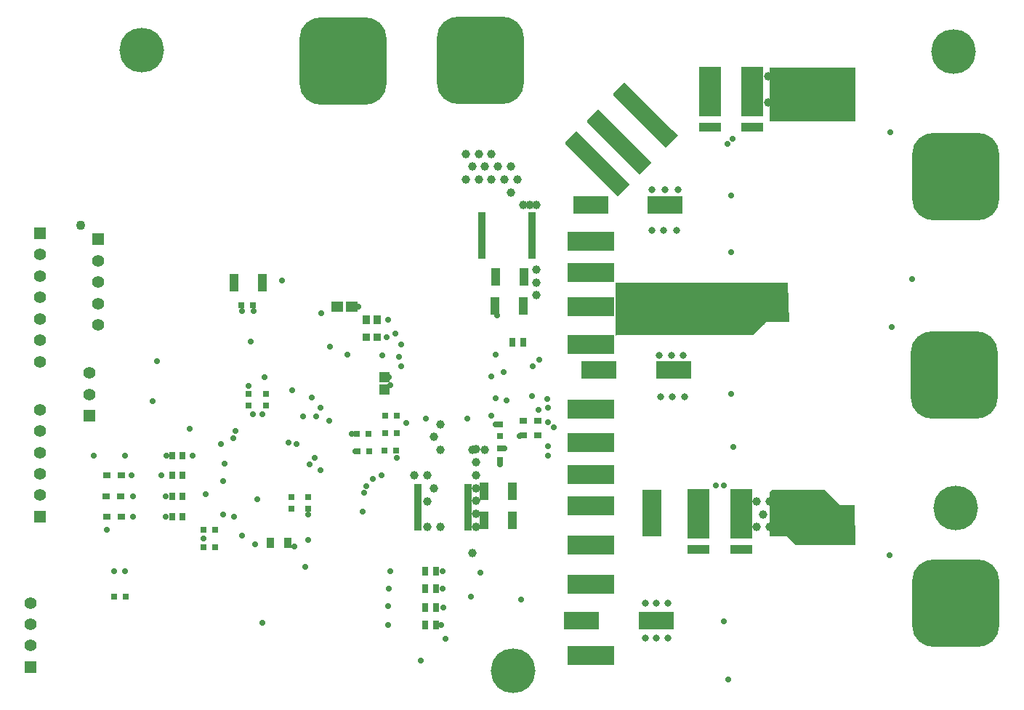
<source format=gbr>
%FSTAX23Y23*%
%MOIN*%
%SFA1B1*%

%IPPOS*%
%AMD89*
4,1,8,0.098400,0.200800,-0.098400,0.200800,-0.200800,0.098400,-0.200800,-0.098400,-0.098400,-0.200800,0.098400,-0.200800,0.200800,-0.098400,0.200800,0.098400,0.098400,0.200800,0.0*
1,1,0.204860,0.098400,0.098400*
1,1,0.204860,-0.098400,0.098400*
1,1,0.204860,-0.098400,-0.098400*
1,1,0.204860,0.098400,-0.098400*
%
%AMD90*
4,1,8,-0.200800,0.098400,-0.200800,-0.098400,-0.098400,-0.200800,0.098400,-0.200800,0.200800,-0.098400,0.200800,0.098400,0.098400,0.200800,-0.098400,0.200800,-0.200800,0.098400,0.0*
1,1,0.204860,-0.098400,0.098400*
1,1,0.204860,-0.098400,-0.098400*
1,1,0.204860,0.098400,-0.098400*
1,1,0.204860,0.098400,0.098400*
%
%ADD32R,0.025590X0.027560*%
%ADD33R,0.043310X0.080710*%
%ADD34R,0.035430X0.031500*%
%ADD39R,0.037650X0.047490*%
%ADD42R,0.027560X0.025590*%
%ADD48R,0.029530X0.035430*%
%ADD54R,0.033660X0.035680*%
%ADD76R,0.049340X0.045400*%
%ADD88C,0.204850*%
G04~CAMADD=89~8~0.0~0.0~4017.0~4017.0~1024.3~0.0~15~0.0~0.0~0.0~0.0~0~0.0~0.0~0.0~0.0~0~0.0~0.0~0.0~0.0~4017.0~4017.0*
%ADD89D89*%
G04~CAMADD=90~8~0.0~0.0~4017.0~4017.0~1024.3~0.0~15~0.0~0.0~0.0~0.0~0~0.0~0.0~0.0~0.0~0~0.0~0.0~0.0~90.0~4016.0~4016.0*
%ADD90D90*%
%ADD91R,0.055120X0.055120*%
%ADD92C,0.055120*%
%ADD93C,0.043310*%
%ADD94C,0.027690*%
%ADD95C,0.039500*%
%ADD96C,0.031620*%
%ADD105R,0.161420X0.078740*%
%ADD111R,0.037520X0.212720*%
%ADD112R,0.215000X0.090000*%
%ADD113R,0.090000X0.215000*%
%ADD114R,0.104060X0.228470*%
%ADD115R,0.104060X0.043040*%
%ADD116R,0.053280X0.049340*%
%ADD117R,0.031620X0.039500*%
%ADD118R,0.035560X0.041470*%
%LNpcb_soldermask_bot-1*%
%LPD*%
G36*
X06335Y04105D02*
X0594D01*
Y0435*
X06335*
Y04105*
G37*
G36*
X05495Y04065D02*
X0552Y0404D01*
X05465Y03985*
X05225Y04225*
Y04235*
X05275Y04285*
X05495Y04065*
G37*
G36*
X05375Y0394D02*
X054Y03915D01*
X05345Y0386*
X05105Y041*
Y0411*
X05155Y0416*
X05375Y0394*
G37*
G36*
X05275Y0384D02*
X053Y03815D01*
X05245Y0376*
X05005Y04*
Y0401*
X05055Y0406*
X05275Y0384*
G37*
G36*
X0603Y03185D02*
X05925D01*
X05865Y03125*
X0524*
X05235Y0312*
Y03365*
X06025*
X0603Y03185*
G37*
G36*
X06265Y02345D02*
X0633D01*
X06335Y0216*
X0606*
X0602Y022*
X0594*
Y02405*
X0595Y02415*
X06195*
X06265Y02345*
G37*
G54D32*
X02986Y01925D03*
X02933D03*
X04231Y02755D03*
X04178D03*
X04231Y02675D03*
X04178D03*
X04226Y02595D03*
X04173D03*
X03571Y0326D03*
X03518D03*
X0405Y02593D03*
X04103D03*
X03396Y0223D03*
X03343D03*
X04048Y0267D03*
X04101D03*
X03396Y02153D03*
X03343D03*
G54D33*
X03614Y03365D03*
X03485D03*
X04682Y03257D03*
X04812D03*
X0463Y02275D03*
X04759D03*
X0463Y02407D03*
X04759D03*
X04685Y0339D03*
X04814D03*
G54D34*
X02968Y0229D03*
X02901D03*
X02968Y0248D03*
X02901D03*
X02965Y02385D03*
X02898D03*
X04878Y0273D03*
X04811D03*
X04878Y02665D03*
X04811D03*
G54D39*
X0373Y0217D03*
X03649D03*
G54D42*
X04705Y02716D03*
Y02663D03*
X0363Y02803D03*
Y02856D03*
X03748Y02328D03*
Y02381D03*
X03825Y02328D03*
Y02381D03*
X0355Y02803D03*
Y02856D03*
X04705Y02553D03*
Y02606D03*
G54D48*
X03248Y0229D03*
X03201D03*
Y0257D03*
X03248D03*
X03201Y0248D03*
X03248D03*
X03201Y02385D03*
X03248D03*
G54D54*
X04139Y03115D03*
X0409D03*
G54D76*
X04175Y02876D03*
Y02933D03*
G54D88*
X06795Y0233D03*
X06785Y04425D03*
X04765Y01585D03*
X0306Y0443D03*
G54D89*
X03985Y0438D03*
X04615Y04385D03*
G54D90*
X06795Y0385D03*
X06787Y0294D03*
X06795Y01895D03*
G54D91*
X02595Y02291D03*
Y03592D03*
X0286Y03564D03*
X0282Y02755D03*
X0255Y01601D03*
G54D92*
X02595Y0239D03*
Y02488D03*
Y02586D03*
Y02685D03*
Y02783D03*
Y03494D03*
Y03396D03*
Y03297D03*
Y03199D03*
Y031D03*
Y03002D03*
X0286Y03465D03*
Y03367D03*
Y03268D03*
Y0317D03*
X0282Y02853D03*
Y02951D03*
X0255Y01896D03*
Y01798D03*
Y017D03*
G54D93*
X02781Y03627D03*
G54D94*
X0356Y03095D03*
X03625Y0293D03*
X0384Y02837D03*
X0388Y0279D03*
X038Y02752D03*
X0386Y0275D03*
X0392Y0273D03*
X042Y02895D03*
X0425Y0308D03*
X04685Y02835D03*
X04735Y02825D03*
X04665Y02755D03*
X04685Y02715D03*
X03355Y02395D03*
X03435Y02455D03*
X0328Y02695D03*
X0344Y02535D03*
X03294Y0257D03*
X0359Y0237D03*
X0358Y02165D03*
X03825Y02185D03*
X03435Y023D03*
X0284Y0257D03*
X029Y0223D03*
X0355Y0289D03*
X04455Y0173D03*
X0424Y03025D03*
X03885Y03225D03*
X04005Y03035D03*
X03925Y0307D03*
X0457Y01925D03*
X0434Y0163D03*
X03705Y03375D03*
X0352Y03235D03*
X03575D03*
X0313Y03005D03*
X0311Y0282D03*
X03343Y02191D03*
X0381Y0206D03*
X03615Y01805D03*
X03925Y0445D03*
X03955D03*
X03985D03*
X04015D03*
X04045D03*
Y0442D03*
X04015D03*
X03985D03*
X03955D03*
X03925D03*
Y0439D03*
X03955D03*
X03985D03*
X04015D03*
X04045D03*
Y0436D03*
X04015D03*
X03985D03*
X03955D03*
X03925D03*
Y0433D03*
X03955D03*
X03985D03*
X04015D03*
X04045D03*
Y043D03*
X04015D03*
X03985D03*
X03955D03*
X03925D03*
Y0427D03*
X03955D03*
X03985D03*
X04015D03*
X04045D03*
Y0424D03*
X04015D03*
X03985D03*
X03955D03*
X03925D03*
Y0421D03*
X03955D03*
X03985D03*
X04015D03*
X04045D03*
Y0448D03*
X04015D03*
X03985D03*
X03955D03*
X03925D03*
Y0451D03*
X03955D03*
X03985D03*
X04015D03*
X04045Y0454D03*
X04015D03*
X03985D03*
X03955D03*
X03925D03*
X04045Y0451D03*
X04075Y0454D03*
Y0451D03*
Y0448D03*
Y0445D03*
Y0442D03*
Y0439D03*
Y0436D03*
Y0433D03*
Y043D03*
Y0427D03*
Y0424D03*
Y0421D03*
X04105Y0454D03*
Y0451D03*
Y0448D03*
Y0445D03*
Y0442D03*
Y0439D03*
Y0436D03*
Y0433D03*
Y043D03*
Y0427D03*
Y0424D03*
Y0421D03*
X04135Y0451D03*
Y0448D03*
Y0445D03*
Y0442D03*
Y0439D03*
Y0436D03*
Y0433D03*
Y043D03*
Y0427D03*
Y0424D03*
X03895Y0421D03*
Y0424D03*
Y0427D03*
Y043D03*
Y0433D03*
Y0436D03*
Y0439D03*
Y0442D03*
Y0445D03*
Y0448D03*
Y0451D03*
Y0454D03*
X03865D03*
Y0451D03*
Y0448D03*
Y0445D03*
Y0442D03*
Y0439D03*
Y0436D03*
Y0433D03*
Y043D03*
Y0427D03*
Y0424D03*
Y0421D03*
X03835Y0424D03*
Y0427D03*
Y043D03*
Y0433D03*
Y0436D03*
Y0439D03*
Y0442D03*
Y0445D03*
Y0448D03*
Y0451D03*
X04465Y04515D03*
Y04485D03*
Y04455D03*
Y04425D03*
Y04395D03*
Y04365D03*
Y04335D03*
Y04305D03*
Y04275D03*
Y04245D03*
X04495Y04215D03*
Y04245D03*
Y04275D03*
Y04305D03*
Y04335D03*
Y04365D03*
Y04395D03*
Y04425D03*
Y04455D03*
Y04485D03*
Y04515D03*
Y04545D03*
X04525D03*
Y04515D03*
Y04485D03*
Y04455D03*
Y04425D03*
Y04395D03*
Y04365D03*
Y04335D03*
Y04305D03*
Y04275D03*
Y04245D03*
Y04215D03*
X04765Y04245D03*
Y04275D03*
Y04305D03*
Y04335D03*
Y04365D03*
Y04395D03*
Y04425D03*
Y04455D03*
Y04485D03*
Y04515D03*
X04735Y04215D03*
Y04245D03*
Y04275D03*
Y04305D03*
Y04335D03*
Y04365D03*
Y04395D03*
Y04425D03*
Y04455D03*
Y04485D03*
Y04515D03*
Y04545D03*
X04705Y04215D03*
Y04245D03*
Y04275D03*
Y04305D03*
Y04335D03*
Y04365D03*
Y04395D03*
Y04425D03*
Y04455D03*
Y04485D03*
Y04515D03*
Y04545D03*
X04675Y04515D03*
X04555Y04545D03*
X04585D03*
X04615D03*
X04645D03*
X04675D03*
X04645Y04515D03*
X04615D03*
X04585D03*
X04555D03*
Y04485D03*
X04585D03*
X04615D03*
X04645D03*
X04675D03*
Y04215D03*
X04645D03*
X04615D03*
X04585D03*
X04555D03*
Y04245D03*
X04585D03*
X04615D03*
X04645D03*
X04675D03*
Y04275D03*
X04645D03*
X04615D03*
X04585D03*
X04555D03*
Y04305D03*
X04585D03*
X04615D03*
X04645D03*
X04675D03*
Y04335D03*
X04645D03*
X04615D03*
X04585D03*
X04555D03*
Y04365D03*
X04585D03*
X04615D03*
X04645D03*
X04675D03*
Y04395D03*
X04645D03*
X04615D03*
X04585D03*
X04555D03*
Y04425D03*
X04585D03*
X04615D03*
X04645D03*
X04675D03*
Y04455D03*
X04645D03*
X04615D03*
X04585D03*
X04555D03*
X06725Y0379D03*
Y0382D03*
Y0385D03*
Y0388D03*
Y0391D03*
X06755D03*
Y0388D03*
Y0385D03*
Y0382D03*
Y0379D03*
X06785D03*
Y0382D03*
Y0385D03*
Y0388D03*
Y0391D03*
X06815D03*
Y0388D03*
Y0385D03*
Y0382D03*
Y0379D03*
X06845D03*
Y0382D03*
Y0385D03*
Y0388D03*
Y0391D03*
X06875D03*
Y0388D03*
Y0385D03*
Y0382D03*
Y0379D03*
X06905D03*
Y0382D03*
Y0385D03*
Y0388D03*
Y0391D03*
X06935D03*
Y0388D03*
Y0385D03*
Y0382D03*
Y0379D03*
X06965D03*
Y0382D03*
Y0385D03*
Y0388D03*
Y0391D03*
X06695D03*
Y0388D03*
Y0385D03*
Y0382D03*
Y0379D03*
X06665D03*
Y0382D03*
Y0385D03*
Y0388D03*
X06635Y0391D03*
Y0388D03*
Y0385D03*
Y0382D03*
Y0379D03*
X06665Y0391D03*
X06635Y0394D03*
X06665D03*
X06695D03*
X06725D03*
X06755D03*
X06785D03*
X06815D03*
X06845D03*
X06875D03*
X06905D03*
X06935D03*
X06965D03*
X06635Y0397D03*
X06665D03*
X06695D03*
X06725D03*
X06755D03*
X06785D03*
X06815D03*
X06845D03*
X06875D03*
X06905D03*
X06935D03*
X06965D03*
X06665Y04D03*
X06695D03*
X06725D03*
X06755D03*
X06785D03*
X06815D03*
X06845D03*
X06875D03*
X06905D03*
X06935D03*
X06965Y0376D03*
X06935D03*
X06905D03*
X06875D03*
X06845D03*
X06815D03*
X06785D03*
X06755D03*
X06725D03*
X06695D03*
X06665D03*
X06635D03*
Y0373D03*
X06665D03*
X06695D03*
X06725D03*
X06755D03*
X06785D03*
X06815D03*
X06845D03*
X06875D03*
X06905D03*
X06935D03*
X06965D03*
X06935Y037D03*
X06905D03*
X06875D03*
X06845D03*
X06815D03*
X06785D03*
X06755D03*
X06725D03*
X06695D03*
X06665D03*
X06657Y0279D03*
X06687D03*
X06717D03*
X06747D03*
X06777D03*
X06807D03*
X06837D03*
X06867D03*
X06897D03*
X06927D03*
X06957Y0282D03*
X06927D03*
X06897D03*
X06867D03*
X06837D03*
X06807D03*
X06777D03*
X06747D03*
X06717D03*
X06687D03*
X06657D03*
X06627D03*
Y0285D03*
X06657D03*
X06687D03*
X06717D03*
X06747D03*
X06777D03*
X06807D03*
X06837D03*
X06867D03*
X06897D03*
X06927D03*
X06957D03*
X06927Y0309D03*
X06897D03*
X06867D03*
X06837D03*
X06807D03*
X06777D03*
X06747D03*
X06717D03*
X06687D03*
X06657D03*
X06957Y0306D03*
X06927D03*
X06897D03*
X06867D03*
X06837D03*
X06807D03*
X06777D03*
X06747D03*
X06717D03*
X06687D03*
X06657D03*
X06627D03*
X06957Y0303D03*
X06927D03*
X06897D03*
X06867D03*
X06837D03*
X06807D03*
X06777D03*
X06747D03*
X06717D03*
X06687D03*
X06657D03*
X06627D03*
X06657Y03D03*
X06627Y0288D03*
Y0291D03*
Y0294D03*
Y0297D03*
Y03D03*
X06657Y0297D03*
Y0294D03*
Y0291D03*
Y0288D03*
X06687D03*
Y0291D03*
Y0294D03*
Y0297D03*
Y03D03*
X06957D03*
Y0297D03*
Y0294D03*
Y0291D03*
Y0288D03*
X06927D03*
Y0291D03*
Y0294D03*
Y0297D03*
Y03D03*
X06897D03*
Y0297D03*
Y0294D03*
Y0291D03*
Y0288D03*
X06867D03*
Y0291D03*
Y0294D03*
Y0297D03*
Y03D03*
X06837D03*
Y0297D03*
Y0294D03*
Y0291D03*
Y0288D03*
X06807D03*
Y0291D03*
Y0294D03*
Y0297D03*
Y03D03*
X06777D03*
Y0297D03*
Y0294D03*
Y0291D03*
Y0288D03*
X06747D03*
Y0291D03*
Y0294D03*
Y0297D03*
Y03D03*
X06717D03*
Y0297D03*
Y0294D03*
Y0291D03*
Y0288D03*
X06725Y01835D03*
Y01865D03*
Y01895D03*
Y01925D03*
Y01955D03*
X06755D03*
Y01925D03*
Y01895D03*
Y01865D03*
Y01835D03*
X06785D03*
Y01865D03*
Y01895D03*
Y01925D03*
Y01955D03*
X06815D03*
Y01925D03*
Y01895D03*
Y01865D03*
Y01835D03*
X06845D03*
Y01865D03*
Y01895D03*
Y01925D03*
Y01955D03*
X06875D03*
Y01925D03*
Y01895D03*
Y01865D03*
Y01835D03*
X06905D03*
Y01865D03*
Y01895D03*
Y01925D03*
Y01955D03*
X06935D03*
Y01925D03*
Y01895D03*
Y01865D03*
Y01835D03*
X06965D03*
Y01865D03*
Y01895D03*
Y01925D03*
Y01955D03*
X06695D03*
Y01925D03*
Y01895D03*
Y01865D03*
Y01835D03*
X06665D03*
Y01865D03*
Y01895D03*
Y01925D03*
X06635Y01955D03*
Y01925D03*
Y01895D03*
Y01865D03*
Y01835D03*
X06665Y01955D03*
X06635Y01985D03*
X06665D03*
X06695D03*
X06725D03*
X06755D03*
X06785D03*
X06815D03*
X06845D03*
X06875D03*
X06905D03*
X06935D03*
X06965D03*
X06635Y02015D03*
X06665D03*
X06695D03*
X06725D03*
X06755D03*
X06785D03*
X06815D03*
X06845D03*
X06875D03*
X06905D03*
X06935D03*
X06965D03*
X06665Y02045D03*
X06695D03*
X06725D03*
X06755D03*
X06785D03*
X06815D03*
X06845D03*
X06875D03*
X06905D03*
X06935D03*
X06965Y01805D03*
X06935D03*
X06905D03*
X06875D03*
X06845D03*
X06815D03*
X06785D03*
X06755D03*
X06725D03*
X06695D03*
X06665D03*
X06635D03*
Y01775D03*
X06665D03*
X06695D03*
X06725D03*
X06755D03*
X06785D03*
X06815D03*
X06845D03*
X06875D03*
X06905D03*
X06935D03*
X06965D03*
X06935Y01745D03*
X06905D03*
X06875D03*
X06845D03*
X06815D03*
X06785D03*
X06755D03*
X06725D03*
X06695D03*
X06665D03*
X04275Y0272D03*
X04075Y02315D03*
X04885Y0301D03*
X0472Y02955D03*
X0425Y0298D03*
X04195Y0293D03*
X04615Y02035D03*
X048Y0191D03*
X04435Y01795D03*
X04445Y01875D03*
X0419Y0188D03*
X042Y0204D03*
X04195Y0196D03*
X0444Y0204D03*
Y0196D03*
X0469Y03215D03*
X04665Y02935D03*
X04685Y03035D03*
X0416Y0248D03*
X0412Y02465D03*
X0409Y0243D03*
X0408Y024D03*
X0383Y0253D03*
X0348Y0265D03*
X0349Y02685D03*
X03855Y0256D03*
X03735Y0263D03*
X0377Y02625D03*
X0388Y02505D03*
X0357Y0276D03*
X03615D03*
X03425Y02625D03*
X0376Y02155D03*
X04925Y0279D03*
X0485Y02845D03*
X0492Y0283D03*
X04924Y02725D03*
X0495Y027D03*
X04882Y02782D03*
X04855Y0298D03*
X05772Y04025D03*
X05747Y04D03*
X04925Y0257D03*
Y02615D03*
X04795Y0266D03*
X04725Y02605D03*
X0573Y02435D03*
X05694D03*
X04555Y0274D03*
X06595Y0338D03*
X065Y0316D03*
X06495Y04055D03*
X05765Y03765D03*
Y03505D03*
Y02855D03*
X05775Y0261D03*
X0573Y0181D03*
X0575Y01545D03*
X0649Y02115D03*
X04705Y0253D03*
X02985Y0204D03*
X02935D03*
X0317Y0229D03*
X03015Y0248D03*
X0302Y02385D03*
Y0229D03*
X02985Y0257D03*
X04025Y0267D03*
X0352Y02205D03*
X03175Y0257D03*
X03485Y0229D03*
X0315Y0248D03*
X0317Y02385D03*
X0419Y01795D03*
X03825Y023D03*
X0404Y0259D03*
X04055Y03255D03*
X0419Y03195D03*
X04225Y0313D03*
X04185Y03115D03*
X0423Y0256D03*
X04365Y0274D03*
X0375Y0287D03*
X04165Y0303D03*
G54D95*
X04635Y02598D03*
X04576D03*
X05994Y03307D03*
X05964Y03248D03*
X05935Y03307D03*
X05905Y03248D03*
X05875Y03307D03*
X05846Y03248D03*
X05875Y03188D03*
X05816Y03307D03*
X05787Y03248D03*
X05816Y03188D03*
X05757Y03307D03*
X05728Y03248D03*
X05757Y03188D03*
X05698Y03307D03*
X04842Y0372D03*
X04872Y03425D03*
Y03307D03*
X04783Y03838D03*
X04753Y03897D03*
X04724Y03838D03*
X04753Y03779D03*
X04665Y03956D03*
X04694Y03897D03*
X04665Y03838D03*
X04606Y03956D03*
X04635Y03897D03*
X04606Y03838D03*
X04547Y03956D03*
X04576Y03897D03*
X04547Y03838D03*
X04576Y02125D03*
X05964Y03307D03*
X05994Y03248D03*
X05905Y03307D03*
X05935Y03248D03*
X05905Y03188D03*
X05846Y03307D03*
X05875Y03248D03*
X05846Y03188D03*
X05787Y03307D03*
X05816Y03248D03*
X05787Y03188D03*
X05728Y03307D03*
X05757Y03248D03*
X05698D03*
X04872Y0372D03*
Y03366D03*
X04812Y0372D03*
X04429Y02716D03*
Y02598D03*
Y02244D03*
X04399Y02657D03*
X0437Y0248D03*
X04399Y02421D03*
X0437Y02362D03*
Y02244D03*
X04311Y0248D03*
X0621Y0234D03*
X06176Y02362D03*
X04595Y026D03*
Y0254D03*
Y0248D03*
Y0242D03*
Y02365D03*
Y02305D03*
Y02245D03*
X057Y03185D03*
X06289Y04311D03*
X0623D03*
Y04192D03*
X06171Y04311D03*
X06112D03*
X06053D03*
X06023Y04251D03*
Y04133D03*
X05994Y04311D03*
X05964Y04251D03*
X05994Y04192D03*
X05964Y04133D03*
X05935Y04311D03*
Y04192D03*
X06225Y0221D03*
Y0225D03*
X0622Y02295D03*
X06117Y02362D03*
X06058D03*
X06028Y02303D03*
X05999Y02362D03*
X05969Y02303D03*
X05999Y02244D03*
X0594Y02362D03*
X0591Y02303D03*
X0594Y02244D03*
X0588Y02362D03*
Y02244D03*
G54D96*
X0542Y01895D03*
X05475D03*
X054Y0379D03*
X0546D03*
X0552D03*
X05515Y03605D03*
X05455D03*
X054D03*
X05545Y0303D03*
X0549D03*
X05435D03*
X0555Y0284D03*
X05495D03*
X0544D03*
X0537Y01735D03*
X0542D03*
X05475D03*
X0537Y01895D03*
G54D105*
X05462Y0372D03*
X0512D03*
X05078Y01815D03*
X05421D03*
X05158Y02965D03*
X05501D03*
G54D111*
X04557Y02335D03*
X04327D03*
X04619Y03581D03*
X0485D03*
G54D112*
X05122Y01655D03*
Y0198D03*
Y0216D03*
Y0234D03*
Y02485D03*
Y0263D03*
Y02785D03*
Y0308D03*
Y03255D03*
Y0341D03*
Y03555D03*
G54D113*
X054Y02307D03*
G54D114*
X05667Y0424D03*
X05862D03*
X05614Y02304D03*
X05809D03*
G54D115*
X05667Y04077D03*
X05862D03*
X05614Y02141D03*
X05809D03*
G54D116*
X03956Y03255D03*
X04023D03*
G54D117*
X04759Y0309D03*
X0481D03*
X0441Y0204D03*
X04359D03*
X0441Y0196D03*
X04359D03*
X0441Y01795D03*
X04359D03*
X0441Y01875D03*
X04359D03*
G54D118*
X0409Y03195D03*
X04139D03*
M02*
</source>
